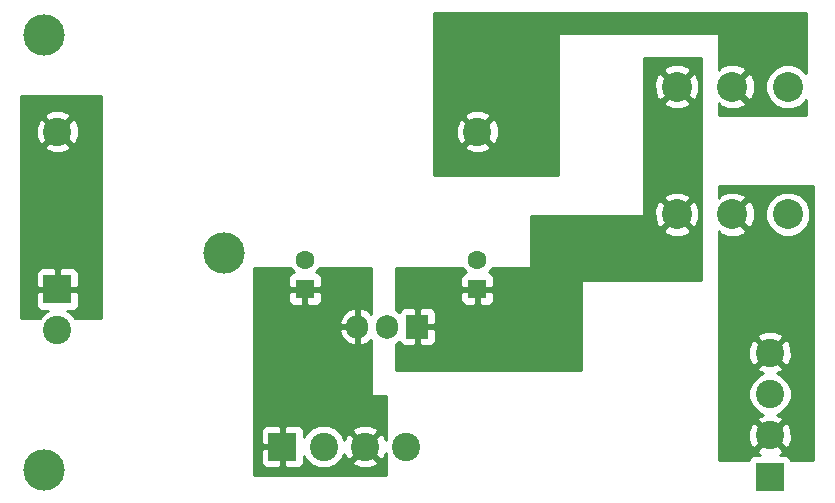
<source format=gbr>
G04 #@! TF.GenerationSoftware,KiCad,Pcbnew,(5.0.0)*
G04 #@! TF.CreationDate,2018-10-30T21:10:31-06:00*
G04 #@! TF.ProjectId,Mini-Rover-Power Distribution,4D696E692D526F7665722D506F776572,rev?*
G04 #@! TF.SameCoordinates,Original*
G04 #@! TF.FileFunction,Copper,L1,Top,Signal*
G04 #@! TF.FilePolarity,Positive*
%FSLAX46Y46*%
G04 Gerber Fmt 4.6, Leading zero omitted, Abs format (unit mm)*
G04 Created by KiCad (PCBNEW (5.0.0)) date 10/30/18 21:10:31*
%MOMM*%
%LPD*%
G01*
G04 APERTURE LIST*
G04 #@! TA.AperFunction,ComponentPad*
%ADD10C,2.400000*%
G04 #@! TD*
G04 #@! TA.AperFunction,ComponentPad*
%ADD11R,2.400000X2.400000*%
G04 #@! TD*
G04 #@! TA.AperFunction,ComponentPad*
%ADD12C,1.600000*%
G04 #@! TD*
G04 #@! TA.AperFunction,ComponentPad*
%ADD13R,1.600000X1.600000*%
G04 #@! TD*
G04 #@! TA.AperFunction,ComponentPad*
%ADD14C,2.540000*%
G04 #@! TD*
G04 #@! TA.AperFunction,ComponentPad*
%ADD15O,1.905000X2.000000*%
G04 #@! TD*
G04 #@! TA.AperFunction,ComponentPad*
%ADD16R,1.905000X2.000000*%
G04 #@! TD*
G04 #@! TA.AperFunction,ViaPad*
%ADD17C,3.500000*%
G04 #@! TD*
G04 #@! TA.AperFunction,Conductor*
%ADD18C,0.254000*%
G04 #@! TD*
G04 APERTURE END LIST*
D10*
G04 #@! TO.P,BT1,2*
G04 #@! TO.N,GND*
X53594000Y-59761000D03*
D11*
G04 #@! TO.P,BT1,1*
G04 #@! TO.N,/12v*
X53594000Y-56261000D03*
G04 #@! TD*
D12*
G04 #@! TO.P,C2,2*
G04 #@! TO.N,GND*
X74549000Y-53761000D03*
D13*
G04 #@! TO.P,C2,1*
G04 #@! TO.N,/5v*
X74549000Y-56261000D03*
G04 #@! TD*
D10*
G04 #@! TO.P,F1,2*
G04 #@! TO.N,Net-(F1-Pad2)*
X89154000Y-42926000D03*
G04 #@! TO.P,F1,1*
G04 #@! TO.N,/12v*
X53594000Y-42926000D03*
G04 #@! TD*
D11*
G04 #@! TO.P,J1,1*
G04 #@! TO.N,GND*
X113919000Y-72136000D03*
D10*
G04 #@! TO.P,J1,2*
G04 #@! TO.N,Net-(J1-Pad2)*
X113919000Y-68636000D03*
G04 #@! TO.P,J1,3*
G04 #@! TO.N,GND*
X113919000Y-65136000D03*
G04 #@! TO.P,J1,4*
G04 #@! TO.N,Net-(J1-Pad2)*
X113919000Y-61636000D03*
G04 #@! TD*
G04 #@! TO.P,J2,4*
G04 #@! TO.N,GND*
X83144000Y-69596000D03*
G04 #@! TO.P,J2,3*
G04 #@! TO.N,/5v*
X79644000Y-69596000D03*
G04 #@! TO.P,J2,2*
G04 #@! TO.N,GND*
X76144000Y-69596000D03*
D11*
G04 #@! TO.P,J2,1*
G04 #@! TO.N,/5v*
X72644000Y-69596000D03*
G04 #@! TD*
D14*
G04 #@! TO.P,SW1,1*
G04 #@! TO.N,Net-(C1-Pad1)*
X106045000Y-39116000D03*
G04 #@! TO.P,SW1,2*
G04 #@! TO.N,Net-(F1-Pad2)*
X110744000Y-39116000D03*
G04 #@! TO.P,SW1,3*
G04 #@! TO.N,N/C*
X115443000Y-39116000D03*
G04 #@! TD*
G04 #@! TO.P,SW2,3*
G04 #@! TO.N,Net-(C1-Pad1)*
X106045000Y-49911000D03*
G04 #@! TO.P,SW2,2*
G04 #@! TO.N,Net-(J1-Pad2)*
X110744000Y-49911000D03*
G04 #@! TO.P,SW2,1*
G04 #@! TO.N,N/C*
X115443000Y-49911000D03*
G04 #@! TD*
D15*
G04 #@! TO.P,U1,3*
G04 #@! TO.N,/5v*
X78994000Y-59436000D03*
G04 #@! TO.P,U1,2*
G04 #@! TO.N,GND*
X81534000Y-59436000D03*
D16*
G04 #@! TO.P,U1,1*
G04 #@! TO.N,Net-(C1-Pad1)*
X84074000Y-59436000D03*
G04 #@! TD*
D13*
G04 #@! TO.P,C1,1*
G04 #@! TO.N,Net-(C1-Pad1)*
X89154000Y-56261000D03*
D12*
G04 #@! TO.P,C1,2*
G04 #@! TO.N,GND*
X89154000Y-53761000D03*
G04 #@! TD*
D17*
G04 #@! TO.N,*
X52425600Y-71602600D03*
X52425600Y-34772600D03*
X67665600Y-53187600D03*
G04 #@! TD*
D18*
G04 #@! TO.N,Net-(F1-Pad2)*
G36*
X116967000Y-37945923D02*
X116522096Y-37501019D01*
X115821928Y-37211000D01*
X115064072Y-37211000D01*
X114363904Y-37501019D01*
X113828019Y-38036904D01*
X113538000Y-38737072D01*
X113538000Y-39494928D01*
X113828019Y-40195096D01*
X114363904Y-40730981D01*
X115064072Y-41021000D01*
X115821928Y-41021000D01*
X116522096Y-40730981D01*
X116967000Y-40286077D01*
X116967000Y-41529000D01*
X109601000Y-41529000D01*
X109601000Y-40520141D01*
X109707520Y-40758657D01*
X110415036Y-41030261D01*
X111172632Y-41010436D01*
X111780480Y-40758657D01*
X111912172Y-40463777D01*
X110744000Y-39295605D01*
X110729858Y-39309748D01*
X110550253Y-39130143D01*
X110564395Y-39116000D01*
X110923605Y-39116000D01*
X112091777Y-40284172D01*
X112386657Y-40152480D01*
X112658261Y-39444964D01*
X112638436Y-38687368D01*
X112386657Y-38079520D01*
X112091777Y-37947828D01*
X110923605Y-39116000D01*
X110564395Y-39116000D01*
X110550253Y-39101858D01*
X110729858Y-38922253D01*
X110744000Y-38936395D01*
X111912172Y-37768223D01*
X111780480Y-37473343D01*
X111072964Y-37201739D01*
X110315368Y-37221564D01*
X109707520Y-37473343D01*
X109601000Y-37711859D01*
X109601000Y-34671000D01*
X109591333Y-34622399D01*
X109563803Y-34581197D01*
X109522601Y-34553667D01*
X109474000Y-34544000D01*
X96139000Y-34544000D01*
X96090399Y-34553667D01*
X96049197Y-34581197D01*
X96021667Y-34622399D01*
X96012000Y-34671000D01*
X96012000Y-46609000D01*
X85471000Y-46609000D01*
X85471000Y-44223175D01*
X88036430Y-44223175D01*
X88159565Y-44510788D01*
X88841734Y-44770707D01*
X89571443Y-44749786D01*
X90148435Y-44510788D01*
X90271570Y-44223175D01*
X89154000Y-43105605D01*
X88036430Y-44223175D01*
X85471000Y-44223175D01*
X85471000Y-42613734D01*
X87309293Y-42613734D01*
X87330214Y-43343443D01*
X87569212Y-43920435D01*
X87856825Y-44043570D01*
X88974395Y-42926000D01*
X89333605Y-42926000D01*
X90451175Y-44043570D01*
X90738788Y-43920435D01*
X90998707Y-43238266D01*
X90977786Y-42508557D01*
X90738788Y-41931565D01*
X90451175Y-41808430D01*
X89333605Y-42926000D01*
X88974395Y-42926000D01*
X87856825Y-41808430D01*
X87569212Y-41931565D01*
X87309293Y-42613734D01*
X85471000Y-42613734D01*
X85471000Y-41628825D01*
X88036430Y-41628825D01*
X89154000Y-42746395D01*
X90271570Y-41628825D01*
X90148435Y-41341212D01*
X89466266Y-41081293D01*
X88736557Y-41102214D01*
X88159565Y-41341212D01*
X88036430Y-41628825D01*
X85471000Y-41628825D01*
X85471000Y-32893000D01*
X116967000Y-32893000D01*
X116967000Y-37945923D01*
X116967000Y-37945923D01*
G37*
X116967000Y-37945923D02*
X116522096Y-37501019D01*
X115821928Y-37211000D01*
X115064072Y-37211000D01*
X114363904Y-37501019D01*
X113828019Y-38036904D01*
X113538000Y-38737072D01*
X113538000Y-39494928D01*
X113828019Y-40195096D01*
X114363904Y-40730981D01*
X115064072Y-41021000D01*
X115821928Y-41021000D01*
X116522096Y-40730981D01*
X116967000Y-40286077D01*
X116967000Y-41529000D01*
X109601000Y-41529000D01*
X109601000Y-40520141D01*
X109707520Y-40758657D01*
X110415036Y-41030261D01*
X111172632Y-41010436D01*
X111780480Y-40758657D01*
X111912172Y-40463777D01*
X110744000Y-39295605D01*
X110729858Y-39309748D01*
X110550253Y-39130143D01*
X110564395Y-39116000D01*
X110923605Y-39116000D01*
X112091777Y-40284172D01*
X112386657Y-40152480D01*
X112658261Y-39444964D01*
X112638436Y-38687368D01*
X112386657Y-38079520D01*
X112091777Y-37947828D01*
X110923605Y-39116000D01*
X110564395Y-39116000D01*
X110550253Y-39101858D01*
X110729858Y-38922253D01*
X110744000Y-38936395D01*
X111912172Y-37768223D01*
X111780480Y-37473343D01*
X111072964Y-37201739D01*
X110315368Y-37221564D01*
X109707520Y-37473343D01*
X109601000Y-37711859D01*
X109601000Y-34671000D01*
X109591333Y-34622399D01*
X109563803Y-34581197D01*
X109522601Y-34553667D01*
X109474000Y-34544000D01*
X96139000Y-34544000D01*
X96090399Y-34553667D01*
X96049197Y-34581197D01*
X96021667Y-34622399D01*
X96012000Y-34671000D01*
X96012000Y-46609000D01*
X85471000Y-46609000D01*
X85471000Y-44223175D01*
X88036430Y-44223175D01*
X88159565Y-44510788D01*
X88841734Y-44770707D01*
X89571443Y-44749786D01*
X90148435Y-44510788D01*
X90271570Y-44223175D01*
X89154000Y-43105605D01*
X88036430Y-44223175D01*
X85471000Y-44223175D01*
X85471000Y-42613734D01*
X87309293Y-42613734D01*
X87330214Y-43343443D01*
X87569212Y-43920435D01*
X87856825Y-44043570D01*
X88974395Y-42926000D01*
X89333605Y-42926000D01*
X90451175Y-44043570D01*
X90738788Y-43920435D01*
X90998707Y-43238266D01*
X90977786Y-42508557D01*
X90738788Y-41931565D01*
X90451175Y-41808430D01*
X89333605Y-42926000D01*
X88974395Y-42926000D01*
X87856825Y-41808430D01*
X87569212Y-41931565D01*
X87309293Y-42613734D01*
X85471000Y-42613734D01*
X85471000Y-41628825D01*
X88036430Y-41628825D01*
X89154000Y-42746395D01*
X90271570Y-41628825D01*
X90148435Y-41341212D01*
X89466266Y-41081293D01*
X88736557Y-41102214D01*
X88159565Y-41341212D01*
X88036430Y-41628825D01*
X85471000Y-41628825D01*
X85471000Y-32893000D01*
X116967000Y-32893000D01*
X116967000Y-37945923D01*
G04 #@! TO.N,Net-(C1-Pad1)*
G36*
X108077000Y-55499000D02*
X98044000Y-55499000D01*
X97995399Y-55508667D01*
X97954197Y-55536197D01*
X97926667Y-55577399D01*
X97917000Y-55626000D01*
X97917000Y-63119000D01*
X82296000Y-63119000D01*
X82296000Y-60883616D01*
X82549444Y-60714270D01*
X82583173Y-60795699D01*
X82761802Y-60974327D01*
X82995191Y-61071000D01*
X83788250Y-61071000D01*
X83947000Y-60912250D01*
X83947000Y-59563000D01*
X84201000Y-59563000D01*
X84201000Y-60912250D01*
X84359750Y-61071000D01*
X85152809Y-61071000D01*
X85386198Y-60974327D01*
X85564827Y-60795699D01*
X85661500Y-60562310D01*
X85661500Y-59721750D01*
X85502750Y-59563000D01*
X84201000Y-59563000D01*
X83947000Y-59563000D01*
X83927000Y-59563000D01*
X83927000Y-59309000D01*
X83947000Y-59309000D01*
X83947000Y-57959750D01*
X84201000Y-57959750D01*
X84201000Y-59309000D01*
X85502750Y-59309000D01*
X85661500Y-59150250D01*
X85661500Y-58309690D01*
X85564827Y-58076301D01*
X85386198Y-57897673D01*
X85152809Y-57801000D01*
X84359750Y-57801000D01*
X84201000Y-57959750D01*
X83947000Y-57959750D01*
X83788250Y-57801000D01*
X82995191Y-57801000D01*
X82761802Y-57897673D01*
X82583173Y-58076301D01*
X82549444Y-58157729D01*
X82296000Y-57988384D01*
X82296000Y-56546750D01*
X87719000Y-56546750D01*
X87719000Y-57187309D01*
X87815673Y-57420698D01*
X87994301Y-57599327D01*
X88227690Y-57696000D01*
X88868250Y-57696000D01*
X89027000Y-57537250D01*
X89027000Y-56388000D01*
X89281000Y-56388000D01*
X89281000Y-57537250D01*
X89439750Y-57696000D01*
X90080310Y-57696000D01*
X90313699Y-57599327D01*
X90492327Y-57420698D01*
X90589000Y-57187309D01*
X90589000Y-56546750D01*
X90430250Y-56388000D01*
X89281000Y-56388000D01*
X89027000Y-56388000D01*
X87877750Y-56388000D01*
X87719000Y-56546750D01*
X82296000Y-56546750D01*
X82296000Y-54483000D01*
X87899830Y-54483000D01*
X87937466Y-54573862D01*
X88200759Y-54837155D01*
X87994301Y-54922673D01*
X87815673Y-55101302D01*
X87719000Y-55334691D01*
X87719000Y-55975250D01*
X87877750Y-56134000D01*
X89027000Y-56134000D01*
X89027000Y-56114000D01*
X89281000Y-56114000D01*
X89281000Y-56134000D01*
X90430250Y-56134000D01*
X90589000Y-55975250D01*
X90589000Y-55334691D01*
X90492327Y-55101302D01*
X90313699Y-54922673D01*
X90107241Y-54837155D01*
X90370534Y-54573862D01*
X90408170Y-54483000D01*
X93599000Y-54483000D01*
X93647601Y-54473333D01*
X93688803Y-54445803D01*
X93716333Y-54404601D01*
X93726000Y-54356000D01*
X93726000Y-51258777D01*
X104876828Y-51258777D01*
X105008520Y-51553657D01*
X105716036Y-51825261D01*
X106473632Y-51805436D01*
X107081480Y-51553657D01*
X107213172Y-51258777D01*
X106045000Y-50090605D01*
X104876828Y-51258777D01*
X93726000Y-51258777D01*
X93726000Y-50038000D01*
X103124000Y-50038000D01*
X103172601Y-50028333D01*
X103213803Y-50000803D01*
X103241333Y-49959601D01*
X103251000Y-49911000D01*
X103251000Y-49582036D01*
X104130739Y-49582036D01*
X104150564Y-50339632D01*
X104402343Y-50947480D01*
X104697223Y-51079172D01*
X105865395Y-49911000D01*
X106224605Y-49911000D01*
X107392777Y-51079172D01*
X107687657Y-50947480D01*
X107959261Y-50239964D01*
X107939436Y-49482368D01*
X107687657Y-48874520D01*
X107392777Y-48742828D01*
X106224605Y-49911000D01*
X105865395Y-49911000D01*
X104697223Y-48742828D01*
X104402343Y-48874520D01*
X104130739Y-49582036D01*
X103251000Y-49582036D01*
X103251000Y-48563223D01*
X104876828Y-48563223D01*
X106045000Y-49731395D01*
X107213172Y-48563223D01*
X107081480Y-48268343D01*
X106373964Y-47996739D01*
X105616368Y-48016564D01*
X105008520Y-48268343D01*
X104876828Y-48563223D01*
X103251000Y-48563223D01*
X103251000Y-40463777D01*
X104876828Y-40463777D01*
X105008520Y-40758657D01*
X105716036Y-41030261D01*
X106473632Y-41010436D01*
X107081480Y-40758657D01*
X107213172Y-40463777D01*
X106045000Y-39295605D01*
X104876828Y-40463777D01*
X103251000Y-40463777D01*
X103251000Y-38787036D01*
X104130739Y-38787036D01*
X104150564Y-39544632D01*
X104402343Y-40152480D01*
X104697223Y-40284172D01*
X105865395Y-39116000D01*
X106224605Y-39116000D01*
X107392777Y-40284172D01*
X107687657Y-40152480D01*
X107959261Y-39444964D01*
X107939436Y-38687368D01*
X107687657Y-38079520D01*
X107392777Y-37947828D01*
X106224605Y-39116000D01*
X105865395Y-39116000D01*
X104697223Y-37947828D01*
X104402343Y-38079520D01*
X104130739Y-38787036D01*
X103251000Y-38787036D01*
X103251000Y-37768223D01*
X104876828Y-37768223D01*
X106045000Y-38936395D01*
X107213172Y-37768223D01*
X107081480Y-37473343D01*
X106373964Y-37201739D01*
X105616368Y-37221564D01*
X105008520Y-37473343D01*
X104876828Y-37768223D01*
X103251000Y-37768223D01*
X103251000Y-36703000D01*
X108077000Y-36703000D01*
X108077000Y-55499000D01*
X108077000Y-55499000D01*
G37*
X108077000Y-55499000D02*
X98044000Y-55499000D01*
X97995399Y-55508667D01*
X97954197Y-55536197D01*
X97926667Y-55577399D01*
X97917000Y-55626000D01*
X97917000Y-63119000D01*
X82296000Y-63119000D01*
X82296000Y-60883616D01*
X82549444Y-60714270D01*
X82583173Y-60795699D01*
X82761802Y-60974327D01*
X82995191Y-61071000D01*
X83788250Y-61071000D01*
X83947000Y-60912250D01*
X83947000Y-59563000D01*
X84201000Y-59563000D01*
X84201000Y-60912250D01*
X84359750Y-61071000D01*
X85152809Y-61071000D01*
X85386198Y-60974327D01*
X85564827Y-60795699D01*
X85661500Y-60562310D01*
X85661500Y-59721750D01*
X85502750Y-59563000D01*
X84201000Y-59563000D01*
X83947000Y-59563000D01*
X83927000Y-59563000D01*
X83927000Y-59309000D01*
X83947000Y-59309000D01*
X83947000Y-57959750D01*
X84201000Y-57959750D01*
X84201000Y-59309000D01*
X85502750Y-59309000D01*
X85661500Y-59150250D01*
X85661500Y-58309690D01*
X85564827Y-58076301D01*
X85386198Y-57897673D01*
X85152809Y-57801000D01*
X84359750Y-57801000D01*
X84201000Y-57959750D01*
X83947000Y-57959750D01*
X83788250Y-57801000D01*
X82995191Y-57801000D01*
X82761802Y-57897673D01*
X82583173Y-58076301D01*
X82549444Y-58157729D01*
X82296000Y-57988384D01*
X82296000Y-56546750D01*
X87719000Y-56546750D01*
X87719000Y-57187309D01*
X87815673Y-57420698D01*
X87994301Y-57599327D01*
X88227690Y-57696000D01*
X88868250Y-57696000D01*
X89027000Y-57537250D01*
X89027000Y-56388000D01*
X89281000Y-56388000D01*
X89281000Y-57537250D01*
X89439750Y-57696000D01*
X90080310Y-57696000D01*
X90313699Y-57599327D01*
X90492327Y-57420698D01*
X90589000Y-57187309D01*
X90589000Y-56546750D01*
X90430250Y-56388000D01*
X89281000Y-56388000D01*
X89027000Y-56388000D01*
X87877750Y-56388000D01*
X87719000Y-56546750D01*
X82296000Y-56546750D01*
X82296000Y-54483000D01*
X87899830Y-54483000D01*
X87937466Y-54573862D01*
X88200759Y-54837155D01*
X87994301Y-54922673D01*
X87815673Y-55101302D01*
X87719000Y-55334691D01*
X87719000Y-55975250D01*
X87877750Y-56134000D01*
X89027000Y-56134000D01*
X89027000Y-56114000D01*
X89281000Y-56114000D01*
X89281000Y-56134000D01*
X90430250Y-56134000D01*
X90589000Y-55975250D01*
X90589000Y-55334691D01*
X90492327Y-55101302D01*
X90313699Y-54922673D01*
X90107241Y-54837155D01*
X90370534Y-54573862D01*
X90408170Y-54483000D01*
X93599000Y-54483000D01*
X93647601Y-54473333D01*
X93688803Y-54445803D01*
X93716333Y-54404601D01*
X93726000Y-54356000D01*
X93726000Y-51258777D01*
X104876828Y-51258777D01*
X105008520Y-51553657D01*
X105716036Y-51825261D01*
X106473632Y-51805436D01*
X107081480Y-51553657D01*
X107213172Y-51258777D01*
X106045000Y-50090605D01*
X104876828Y-51258777D01*
X93726000Y-51258777D01*
X93726000Y-50038000D01*
X103124000Y-50038000D01*
X103172601Y-50028333D01*
X103213803Y-50000803D01*
X103241333Y-49959601D01*
X103251000Y-49911000D01*
X103251000Y-49582036D01*
X104130739Y-49582036D01*
X104150564Y-50339632D01*
X104402343Y-50947480D01*
X104697223Y-51079172D01*
X105865395Y-49911000D01*
X106224605Y-49911000D01*
X107392777Y-51079172D01*
X107687657Y-50947480D01*
X107959261Y-50239964D01*
X107939436Y-49482368D01*
X107687657Y-48874520D01*
X107392777Y-48742828D01*
X106224605Y-49911000D01*
X105865395Y-49911000D01*
X104697223Y-48742828D01*
X104402343Y-48874520D01*
X104130739Y-49582036D01*
X103251000Y-49582036D01*
X103251000Y-48563223D01*
X104876828Y-48563223D01*
X106045000Y-49731395D01*
X107213172Y-48563223D01*
X107081480Y-48268343D01*
X106373964Y-47996739D01*
X105616368Y-48016564D01*
X105008520Y-48268343D01*
X104876828Y-48563223D01*
X103251000Y-48563223D01*
X103251000Y-40463777D01*
X104876828Y-40463777D01*
X105008520Y-40758657D01*
X105716036Y-41030261D01*
X106473632Y-41010436D01*
X107081480Y-40758657D01*
X107213172Y-40463777D01*
X106045000Y-39295605D01*
X104876828Y-40463777D01*
X103251000Y-40463777D01*
X103251000Y-38787036D01*
X104130739Y-38787036D01*
X104150564Y-39544632D01*
X104402343Y-40152480D01*
X104697223Y-40284172D01*
X105865395Y-39116000D01*
X106224605Y-39116000D01*
X107392777Y-40284172D01*
X107687657Y-40152480D01*
X107959261Y-39444964D01*
X107939436Y-38687368D01*
X107687657Y-38079520D01*
X107392777Y-37947828D01*
X106224605Y-39116000D01*
X105865395Y-39116000D01*
X104697223Y-37947828D01*
X104402343Y-38079520D01*
X104130739Y-38787036D01*
X103251000Y-38787036D01*
X103251000Y-37768223D01*
X104876828Y-37768223D01*
X106045000Y-38936395D01*
X107213172Y-37768223D01*
X107081480Y-37473343D01*
X106373964Y-37201739D01*
X105616368Y-37221564D01*
X105008520Y-37473343D01*
X104876828Y-37768223D01*
X103251000Y-37768223D01*
X103251000Y-36703000D01*
X108077000Y-36703000D01*
X108077000Y-55499000D01*
G04 #@! TO.N,Net-(J1-Pad2)*
G36*
X117602000Y-70739000D02*
X115727255Y-70739000D01*
X115717157Y-70688235D01*
X115576809Y-70478191D01*
X115366765Y-70337843D01*
X115119000Y-70288560D01*
X114749819Y-70288560D01*
X114913435Y-70220788D01*
X115036570Y-69933175D01*
X113919000Y-68815605D01*
X112801430Y-69933175D01*
X112924565Y-70220788D01*
X113102436Y-70288560D01*
X112719000Y-70288560D01*
X112471235Y-70337843D01*
X112261191Y-70478191D01*
X112120843Y-70688235D01*
X112110745Y-70739000D01*
X109601000Y-70739000D01*
X109601000Y-68323734D01*
X112074293Y-68323734D01*
X112095214Y-69053443D01*
X112334212Y-69630435D01*
X112621825Y-69753570D01*
X113739395Y-68636000D01*
X114098605Y-68636000D01*
X115216175Y-69753570D01*
X115503788Y-69630435D01*
X115763707Y-68948266D01*
X115742786Y-68218557D01*
X115503788Y-67641565D01*
X115216175Y-67518430D01*
X114098605Y-68636000D01*
X113739395Y-68636000D01*
X112621825Y-67518430D01*
X112334212Y-67641565D01*
X112074293Y-68323734D01*
X109601000Y-68323734D01*
X109601000Y-64770996D01*
X112084000Y-64770996D01*
X112084000Y-65501004D01*
X112363362Y-66175444D01*
X112879556Y-66691638D01*
X113336105Y-66880747D01*
X112924565Y-67051212D01*
X112801430Y-67338825D01*
X113919000Y-68456395D01*
X115036570Y-67338825D01*
X114913435Y-67051212D01*
X114484716Y-66887862D01*
X114958444Y-66691638D01*
X115474638Y-66175444D01*
X115754000Y-65501004D01*
X115754000Y-64770996D01*
X115474638Y-64096556D01*
X114958444Y-63580362D01*
X114501895Y-63391253D01*
X114913435Y-63220788D01*
X115036570Y-62933175D01*
X113919000Y-61815605D01*
X112801430Y-62933175D01*
X112924565Y-63220788D01*
X113353284Y-63384138D01*
X112879556Y-63580362D01*
X112363362Y-64096556D01*
X112084000Y-64770996D01*
X109601000Y-64770996D01*
X109601000Y-61323734D01*
X112074293Y-61323734D01*
X112095214Y-62053443D01*
X112334212Y-62630435D01*
X112621825Y-62753570D01*
X113739395Y-61636000D01*
X114098605Y-61636000D01*
X115216175Y-62753570D01*
X115503788Y-62630435D01*
X115763707Y-61948266D01*
X115742786Y-61218557D01*
X115503788Y-60641565D01*
X115216175Y-60518430D01*
X114098605Y-61636000D01*
X113739395Y-61636000D01*
X112621825Y-60518430D01*
X112334212Y-60641565D01*
X112074293Y-61323734D01*
X109601000Y-61323734D01*
X109601000Y-60338825D01*
X112801430Y-60338825D01*
X113919000Y-61456395D01*
X115036570Y-60338825D01*
X114913435Y-60051212D01*
X114231266Y-59791293D01*
X113501557Y-59812214D01*
X112924565Y-60051212D01*
X112801430Y-60338825D01*
X109601000Y-60338825D01*
X109601000Y-51315141D01*
X109707520Y-51553657D01*
X110415036Y-51825261D01*
X111172632Y-51805436D01*
X111780480Y-51553657D01*
X111912172Y-51258777D01*
X110744000Y-50090605D01*
X110729858Y-50104748D01*
X110550253Y-49925143D01*
X110564395Y-49911000D01*
X110923605Y-49911000D01*
X112091777Y-51079172D01*
X112386657Y-50947480D01*
X112658261Y-50239964D01*
X112639737Y-49532072D01*
X113538000Y-49532072D01*
X113538000Y-50289928D01*
X113828019Y-50990096D01*
X114363904Y-51525981D01*
X115064072Y-51816000D01*
X115821928Y-51816000D01*
X116522096Y-51525981D01*
X117057981Y-50990096D01*
X117348000Y-50289928D01*
X117348000Y-49532072D01*
X117057981Y-48831904D01*
X116522096Y-48296019D01*
X115821928Y-48006000D01*
X115064072Y-48006000D01*
X114363904Y-48296019D01*
X113828019Y-48831904D01*
X113538000Y-49532072D01*
X112639737Y-49532072D01*
X112638436Y-49482368D01*
X112386657Y-48874520D01*
X112091777Y-48742828D01*
X110923605Y-49911000D01*
X110564395Y-49911000D01*
X110550253Y-49896858D01*
X110729858Y-49717253D01*
X110744000Y-49731395D01*
X111912172Y-48563223D01*
X111780480Y-48268343D01*
X111072964Y-47996739D01*
X110315368Y-48016564D01*
X109707520Y-48268343D01*
X109601000Y-48506859D01*
X109601000Y-47498000D01*
X117602000Y-47498000D01*
X117602000Y-70739000D01*
X117602000Y-70739000D01*
G37*
X117602000Y-70739000D02*
X115727255Y-70739000D01*
X115717157Y-70688235D01*
X115576809Y-70478191D01*
X115366765Y-70337843D01*
X115119000Y-70288560D01*
X114749819Y-70288560D01*
X114913435Y-70220788D01*
X115036570Y-69933175D01*
X113919000Y-68815605D01*
X112801430Y-69933175D01*
X112924565Y-70220788D01*
X113102436Y-70288560D01*
X112719000Y-70288560D01*
X112471235Y-70337843D01*
X112261191Y-70478191D01*
X112120843Y-70688235D01*
X112110745Y-70739000D01*
X109601000Y-70739000D01*
X109601000Y-68323734D01*
X112074293Y-68323734D01*
X112095214Y-69053443D01*
X112334212Y-69630435D01*
X112621825Y-69753570D01*
X113739395Y-68636000D01*
X114098605Y-68636000D01*
X115216175Y-69753570D01*
X115503788Y-69630435D01*
X115763707Y-68948266D01*
X115742786Y-68218557D01*
X115503788Y-67641565D01*
X115216175Y-67518430D01*
X114098605Y-68636000D01*
X113739395Y-68636000D01*
X112621825Y-67518430D01*
X112334212Y-67641565D01*
X112074293Y-68323734D01*
X109601000Y-68323734D01*
X109601000Y-64770996D01*
X112084000Y-64770996D01*
X112084000Y-65501004D01*
X112363362Y-66175444D01*
X112879556Y-66691638D01*
X113336105Y-66880747D01*
X112924565Y-67051212D01*
X112801430Y-67338825D01*
X113919000Y-68456395D01*
X115036570Y-67338825D01*
X114913435Y-67051212D01*
X114484716Y-66887862D01*
X114958444Y-66691638D01*
X115474638Y-66175444D01*
X115754000Y-65501004D01*
X115754000Y-64770996D01*
X115474638Y-64096556D01*
X114958444Y-63580362D01*
X114501895Y-63391253D01*
X114913435Y-63220788D01*
X115036570Y-62933175D01*
X113919000Y-61815605D01*
X112801430Y-62933175D01*
X112924565Y-63220788D01*
X113353284Y-63384138D01*
X112879556Y-63580362D01*
X112363362Y-64096556D01*
X112084000Y-64770996D01*
X109601000Y-64770996D01*
X109601000Y-61323734D01*
X112074293Y-61323734D01*
X112095214Y-62053443D01*
X112334212Y-62630435D01*
X112621825Y-62753570D01*
X113739395Y-61636000D01*
X114098605Y-61636000D01*
X115216175Y-62753570D01*
X115503788Y-62630435D01*
X115763707Y-61948266D01*
X115742786Y-61218557D01*
X115503788Y-60641565D01*
X115216175Y-60518430D01*
X114098605Y-61636000D01*
X113739395Y-61636000D01*
X112621825Y-60518430D01*
X112334212Y-60641565D01*
X112074293Y-61323734D01*
X109601000Y-61323734D01*
X109601000Y-60338825D01*
X112801430Y-60338825D01*
X113919000Y-61456395D01*
X115036570Y-60338825D01*
X114913435Y-60051212D01*
X114231266Y-59791293D01*
X113501557Y-59812214D01*
X112924565Y-60051212D01*
X112801430Y-60338825D01*
X109601000Y-60338825D01*
X109601000Y-51315141D01*
X109707520Y-51553657D01*
X110415036Y-51825261D01*
X111172632Y-51805436D01*
X111780480Y-51553657D01*
X111912172Y-51258777D01*
X110744000Y-50090605D01*
X110729858Y-50104748D01*
X110550253Y-49925143D01*
X110564395Y-49911000D01*
X110923605Y-49911000D01*
X112091777Y-51079172D01*
X112386657Y-50947480D01*
X112658261Y-50239964D01*
X112639737Y-49532072D01*
X113538000Y-49532072D01*
X113538000Y-50289928D01*
X113828019Y-50990096D01*
X114363904Y-51525981D01*
X115064072Y-51816000D01*
X115821928Y-51816000D01*
X116522096Y-51525981D01*
X117057981Y-50990096D01*
X117348000Y-50289928D01*
X117348000Y-49532072D01*
X117057981Y-48831904D01*
X116522096Y-48296019D01*
X115821928Y-48006000D01*
X115064072Y-48006000D01*
X114363904Y-48296019D01*
X113828019Y-48831904D01*
X113538000Y-49532072D01*
X112639737Y-49532072D01*
X112638436Y-49482368D01*
X112386657Y-48874520D01*
X112091777Y-48742828D01*
X110923605Y-49911000D01*
X110564395Y-49911000D01*
X110550253Y-49896858D01*
X110729858Y-49717253D01*
X110744000Y-49731395D01*
X111912172Y-48563223D01*
X111780480Y-48268343D01*
X111072964Y-47996739D01*
X110315368Y-48016564D01*
X109707520Y-48268343D01*
X109601000Y-48506859D01*
X109601000Y-47498000D01*
X117602000Y-47498000D01*
X117602000Y-70739000D01*
G04 #@! TO.N,/5v*
G36*
X73332466Y-54573862D02*
X73595759Y-54837155D01*
X73389301Y-54922673D01*
X73210673Y-55101302D01*
X73114000Y-55334691D01*
X73114000Y-55975250D01*
X73272750Y-56134000D01*
X74422000Y-56134000D01*
X74422000Y-56114000D01*
X74676000Y-56114000D01*
X74676000Y-56134000D01*
X75825250Y-56134000D01*
X75984000Y-55975250D01*
X75984000Y-55334691D01*
X75887327Y-55101302D01*
X75708699Y-54922673D01*
X75502241Y-54837155D01*
X75765534Y-54573862D01*
X75803170Y-54483000D01*
X80137000Y-54483000D01*
X80137000Y-58330167D01*
X79860924Y-58060027D01*
X79366980Y-57845437D01*
X79121000Y-57965406D01*
X79121000Y-59309000D01*
X79141000Y-59309000D01*
X79141000Y-59563000D01*
X79121000Y-59563000D01*
X79121000Y-60906594D01*
X79366980Y-61026563D01*
X79860924Y-60811973D01*
X80137000Y-60541833D01*
X80137000Y-65151000D01*
X80146667Y-65199601D01*
X80174197Y-65240803D01*
X80215399Y-65268333D01*
X80264000Y-65278000D01*
X81407000Y-65278000D01*
X81407000Y-68994402D01*
X81399253Y-69013105D01*
X81228788Y-68601565D01*
X80941175Y-68478430D01*
X79823605Y-69596000D01*
X80941175Y-70713570D01*
X81228788Y-70590435D01*
X81392138Y-70161716D01*
X81407000Y-70197596D01*
X81407000Y-72009000D01*
X70231000Y-72009000D01*
X70231000Y-69881750D01*
X70809000Y-69881750D01*
X70809000Y-70922310D01*
X70905673Y-71155699D01*
X71084302Y-71334327D01*
X71317691Y-71431000D01*
X72358250Y-71431000D01*
X72517000Y-71272250D01*
X72517000Y-69723000D01*
X70967750Y-69723000D01*
X70809000Y-69881750D01*
X70231000Y-69881750D01*
X70231000Y-68269690D01*
X70809000Y-68269690D01*
X70809000Y-69310250D01*
X70967750Y-69469000D01*
X72517000Y-69469000D01*
X72517000Y-67919750D01*
X72771000Y-67919750D01*
X72771000Y-69469000D01*
X72791000Y-69469000D01*
X72791000Y-69723000D01*
X72771000Y-69723000D01*
X72771000Y-71272250D01*
X72929750Y-71431000D01*
X73970309Y-71431000D01*
X74203698Y-71334327D01*
X74382327Y-71155699D01*
X74479000Y-70922310D01*
X74479000Y-70371421D01*
X74588362Y-70635444D01*
X75104556Y-71151638D01*
X75778996Y-71431000D01*
X76509004Y-71431000D01*
X77183444Y-71151638D01*
X77441907Y-70893175D01*
X78526430Y-70893175D01*
X78649565Y-71180788D01*
X79331734Y-71440707D01*
X80061443Y-71419786D01*
X80638435Y-71180788D01*
X80761570Y-70893175D01*
X79644000Y-69775605D01*
X78526430Y-70893175D01*
X77441907Y-70893175D01*
X77699638Y-70635444D01*
X77888747Y-70178895D01*
X78059212Y-70590435D01*
X78346825Y-70713570D01*
X79464395Y-69596000D01*
X78346825Y-68478430D01*
X78059212Y-68601565D01*
X77895862Y-69030284D01*
X77699638Y-68556556D01*
X77441907Y-68298825D01*
X78526430Y-68298825D01*
X79644000Y-69416395D01*
X80761570Y-68298825D01*
X80638435Y-68011212D01*
X79956266Y-67751293D01*
X79226557Y-67772214D01*
X78649565Y-68011212D01*
X78526430Y-68298825D01*
X77441907Y-68298825D01*
X77183444Y-68040362D01*
X76509004Y-67761000D01*
X75778996Y-67761000D01*
X75104556Y-68040362D01*
X74588362Y-68556556D01*
X74479000Y-68820579D01*
X74479000Y-68269690D01*
X74382327Y-68036301D01*
X74203698Y-67857673D01*
X73970309Y-67761000D01*
X72929750Y-67761000D01*
X72771000Y-67919750D01*
X72517000Y-67919750D01*
X72358250Y-67761000D01*
X71317691Y-67761000D01*
X71084302Y-67857673D01*
X70905673Y-68036301D01*
X70809000Y-68269690D01*
X70231000Y-68269690D01*
X70231000Y-59809864D01*
X77441620Y-59809864D01*
X77684682Y-60379091D01*
X78127076Y-60811973D01*
X78621020Y-61026563D01*
X78867000Y-60906594D01*
X78867000Y-59563000D01*
X77568428Y-59563000D01*
X77441620Y-59809864D01*
X70231000Y-59809864D01*
X70231000Y-59062136D01*
X77441620Y-59062136D01*
X77568428Y-59309000D01*
X78867000Y-59309000D01*
X78867000Y-57965406D01*
X78621020Y-57845437D01*
X78127076Y-58060027D01*
X77684682Y-58492909D01*
X77441620Y-59062136D01*
X70231000Y-59062136D01*
X70231000Y-56546750D01*
X73114000Y-56546750D01*
X73114000Y-57187309D01*
X73210673Y-57420698D01*
X73389301Y-57599327D01*
X73622690Y-57696000D01*
X74263250Y-57696000D01*
X74422000Y-57537250D01*
X74422000Y-56388000D01*
X74676000Y-56388000D01*
X74676000Y-57537250D01*
X74834750Y-57696000D01*
X75475310Y-57696000D01*
X75708699Y-57599327D01*
X75887327Y-57420698D01*
X75984000Y-57187309D01*
X75984000Y-56546750D01*
X75825250Y-56388000D01*
X74676000Y-56388000D01*
X74422000Y-56388000D01*
X73272750Y-56388000D01*
X73114000Y-56546750D01*
X70231000Y-56546750D01*
X70231000Y-54483000D01*
X73294830Y-54483000D01*
X73332466Y-54573862D01*
X73332466Y-54573862D01*
G37*
X73332466Y-54573862D02*
X73595759Y-54837155D01*
X73389301Y-54922673D01*
X73210673Y-55101302D01*
X73114000Y-55334691D01*
X73114000Y-55975250D01*
X73272750Y-56134000D01*
X74422000Y-56134000D01*
X74422000Y-56114000D01*
X74676000Y-56114000D01*
X74676000Y-56134000D01*
X75825250Y-56134000D01*
X75984000Y-55975250D01*
X75984000Y-55334691D01*
X75887327Y-55101302D01*
X75708699Y-54922673D01*
X75502241Y-54837155D01*
X75765534Y-54573862D01*
X75803170Y-54483000D01*
X80137000Y-54483000D01*
X80137000Y-58330167D01*
X79860924Y-58060027D01*
X79366980Y-57845437D01*
X79121000Y-57965406D01*
X79121000Y-59309000D01*
X79141000Y-59309000D01*
X79141000Y-59563000D01*
X79121000Y-59563000D01*
X79121000Y-60906594D01*
X79366980Y-61026563D01*
X79860924Y-60811973D01*
X80137000Y-60541833D01*
X80137000Y-65151000D01*
X80146667Y-65199601D01*
X80174197Y-65240803D01*
X80215399Y-65268333D01*
X80264000Y-65278000D01*
X81407000Y-65278000D01*
X81407000Y-68994402D01*
X81399253Y-69013105D01*
X81228788Y-68601565D01*
X80941175Y-68478430D01*
X79823605Y-69596000D01*
X80941175Y-70713570D01*
X81228788Y-70590435D01*
X81392138Y-70161716D01*
X81407000Y-70197596D01*
X81407000Y-72009000D01*
X70231000Y-72009000D01*
X70231000Y-69881750D01*
X70809000Y-69881750D01*
X70809000Y-70922310D01*
X70905673Y-71155699D01*
X71084302Y-71334327D01*
X71317691Y-71431000D01*
X72358250Y-71431000D01*
X72517000Y-71272250D01*
X72517000Y-69723000D01*
X70967750Y-69723000D01*
X70809000Y-69881750D01*
X70231000Y-69881750D01*
X70231000Y-68269690D01*
X70809000Y-68269690D01*
X70809000Y-69310250D01*
X70967750Y-69469000D01*
X72517000Y-69469000D01*
X72517000Y-67919750D01*
X72771000Y-67919750D01*
X72771000Y-69469000D01*
X72791000Y-69469000D01*
X72791000Y-69723000D01*
X72771000Y-69723000D01*
X72771000Y-71272250D01*
X72929750Y-71431000D01*
X73970309Y-71431000D01*
X74203698Y-71334327D01*
X74382327Y-71155699D01*
X74479000Y-70922310D01*
X74479000Y-70371421D01*
X74588362Y-70635444D01*
X75104556Y-71151638D01*
X75778996Y-71431000D01*
X76509004Y-71431000D01*
X77183444Y-71151638D01*
X77441907Y-70893175D01*
X78526430Y-70893175D01*
X78649565Y-71180788D01*
X79331734Y-71440707D01*
X80061443Y-71419786D01*
X80638435Y-71180788D01*
X80761570Y-70893175D01*
X79644000Y-69775605D01*
X78526430Y-70893175D01*
X77441907Y-70893175D01*
X77699638Y-70635444D01*
X77888747Y-70178895D01*
X78059212Y-70590435D01*
X78346825Y-70713570D01*
X79464395Y-69596000D01*
X78346825Y-68478430D01*
X78059212Y-68601565D01*
X77895862Y-69030284D01*
X77699638Y-68556556D01*
X77441907Y-68298825D01*
X78526430Y-68298825D01*
X79644000Y-69416395D01*
X80761570Y-68298825D01*
X80638435Y-68011212D01*
X79956266Y-67751293D01*
X79226557Y-67772214D01*
X78649565Y-68011212D01*
X78526430Y-68298825D01*
X77441907Y-68298825D01*
X77183444Y-68040362D01*
X76509004Y-67761000D01*
X75778996Y-67761000D01*
X75104556Y-68040362D01*
X74588362Y-68556556D01*
X74479000Y-68820579D01*
X74479000Y-68269690D01*
X74382327Y-68036301D01*
X74203698Y-67857673D01*
X73970309Y-67761000D01*
X72929750Y-67761000D01*
X72771000Y-67919750D01*
X72517000Y-67919750D01*
X72358250Y-67761000D01*
X71317691Y-67761000D01*
X71084302Y-67857673D01*
X70905673Y-68036301D01*
X70809000Y-68269690D01*
X70231000Y-68269690D01*
X70231000Y-59809864D01*
X77441620Y-59809864D01*
X77684682Y-60379091D01*
X78127076Y-60811973D01*
X78621020Y-61026563D01*
X78867000Y-60906594D01*
X78867000Y-59563000D01*
X77568428Y-59563000D01*
X77441620Y-59809864D01*
X70231000Y-59809864D01*
X70231000Y-59062136D01*
X77441620Y-59062136D01*
X77568428Y-59309000D01*
X78867000Y-59309000D01*
X78867000Y-57965406D01*
X78621020Y-57845437D01*
X78127076Y-58060027D01*
X77684682Y-58492909D01*
X77441620Y-59062136D01*
X70231000Y-59062136D01*
X70231000Y-56546750D01*
X73114000Y-56546750D01*
X73114000Y-57187309D01*
X73210673Y-57420698D01*
X73389301Y-57599327D01*
X73622690Y-57696000D01*
X74263250Y-57696000D01*
X74422000Y-57537250D01*
X74422000Y-56388000D01*
X74676000Y-56388000D01*
X74676000Y-57537250D01*
X74834750Y-57696000D01*
X75475310Y-57696000D01*
X75708699Y-57599327D01*
X75887327Y-57420698D01*
X75984000Y-57187309D01*
X75984000Y-56546750D01*
X75825250Y-56388000D01*
X74676000Y-56388000D01*
X74422000Y-56388000D01*
X73272750Y-56388000D01*
X73114000Y-56546750D01*
X70231000Y-56546750D01*
X70231000Y-54483000D01*
X73294830Y-54483000D01*
X73332466Y-54573862D01*
G04 #@! TO.N,/12v*
G36*
X57277000Y-58674000D02*
X55102082Y-58674000D01*
X54633444Y-58205362D01*
X54369421Y-58096000D01*
X54920310Y-58096000D01*
X55153699Y-57999327D01*
X55332327Y-57820698D01*
X55429000Y-57587309D01*
X55429000Y-56546750D01*
X55270250Y-56388000D01*
X53721000Y-56388000D01*
X53721000Y-56408000D01*
X53467000Y-56408000D01*
X53467000Y-56388000D01*
X51917750Y-56388000D01*
X51759000Y-56546750D01*
X51759000Y-57587309D01*
X51855673Y-57820698D01*
X52034301Y-57999327D01*
X52267690Y-58096000D01*
X52818579Y-58096000D01*
X52554556Y-58205362D01*
X52085918Y-58674000D01*
X50546000Y-58674000D01*
X50546000Y-54934691D01*
X51759000Y-54934691D01*
X51759000Y-55975250D01*
X51917750Y-56134000D01*
X53467000Y-56134000D01*
X53467000Y-54584750D01*
X53721000Y-54584750D01*
X53721000Y-56134000D01*
X55270250Y-56134000D01*
X55429000Y-55975250D01*
X55429000Y-54934691D01*
X55332327Y-54701302D01*
X55153699Y-54522673D01*
X54920310Y-54426000D01*
X53879750Y-54426000D01*
X53721000Y-54584750D01*
X53467000Y-54584750D01*
X53308250Y-54426000D01*
X52267690Y-54426000D01*
X52034301Y-54522673D01*
X51855673Y-54701302D01*
X51759000Y-54934691D01*
X50546000Y-54934691D01*
X50546000Y-44223175D01*
X52476430Y-44223175D01*
X52599565Y-44510788D01*
X53281734Y-44770707D01*
X54011443Y-44749786D01*
X54588435Y-44510788D01*
X54711570Y-44223175D01*
X53594000Y-43105605D01*
X52476430Y-44223175D01*
X50546000Y-44223175D01*
X50546000Y-42613734D01*
X51749293Y-42613734D01*
X51770214Y-43343443D01*
X52009212Y-43920435D01*
X52296825Y-44043570D01*
X53414395Y-42926000D01*
X53773605Y-42926000D01*
X54891175Y-44043570D01*
X55178788Y-43920435D01*
X55438707Y-43238266D01*
X55417786Y-42508557D01*
X55178788Y-41931565D01*
X54891175Y-41808430D01*
X53773605Y-42926000D01*
X53414395Y-42926000D01*
X52296825Y-41808430D01*
X52009212Y-41931565D01*
X51749293Y-42613734D01*
X50546000Y-42613734D01*
X50546000Y-41628825D01*
X52476430Y-41628825D01*
X53594000Y-42746395D01*
X54711570Y-41628825D01*
X54588435Y-41341212D01*
X53906266Y-41081293D01*
X53176557Y-41102214D01*
X52599565Y-41341212D01*
X52476430Y-41628825D01*
X50546000Y-41628825D01*
X50546000Y-39878000D01*
X57277000Y-39878000D01*
X57277000Y-58674000D01*
X57277000Y-58674000D01*
G37*
X57277000Y-58674000D02*
X55102082Y-58674000D01*
X54633444Y-58205362D01*
X54369421Y-58096000D01*
X54920310Y-58096000D01*
X55153699Y-57999327D01*
X55332327Y-57820698D01*
X55429000Y-57587309D01*
X55429000Y-56546750D01*
X55270250Y-56388000D01*
X53721000Y-56388000D01*
X53721000Y-56408000D01*
X53467000Y-56408000D01*
X53467000Y-56388000D01*
X51917750Y-56388000D01*
X51759000Y-56546750D01*
X51759000Y-57587309D01*
X51855673Y-57820698D01*
X52034301Y-57999327D01*
X52267690Y-58096000D01*
X52818579Y-58096000D01*
X52554556Y-58205362D01*
X52085918Y-58674000D01*
X50546000Y-58674000D01*
X50546000Y-54934691D01*
X51759000Y-54934691D01*
X51759000Y-55975250D01*
X51917750Y-56134000D01*
X53467000Y-56134000D01*
X53467000Y-54584750D01*
X53721000Y-54584750D01*
X53721000Y-56134000D01*
X55270250Y-56134000D01*
X55429000Y-55975250D01*
X55429000Y-54934691D01*
X55332327Y-54701302D01*
X55153699Y-54522673D01*
X54920310Y-54426000D01*
X53879750Y-54426000D01*
X53721000Y-54584750D01*
X53467000Y-54584750D01*
X53308250Y-54426000D01*
X52267690Y-54426000D01*
X52034301Y-54522673D01*
X51855673Y-54701302D01*
X51759000Y-54934691D01*
X50546000Y-54934691D01*
X50546000Y-44223175D01*
X52476430Y-44223175D01*
X52599565Y-44510788D01*
X53281734Y-44770707D01*
X54011443Y-44749786D01*
X54588435Y-44510788D01*
X54711570Y-44223175D01*
X53594000Y-43105605D01*
X52476430Y-44223175D01*
X50546000Y-44223175D01*
X50546000Y-42613734D01*
X51749293Y-42613734D01*
X51770214Y-43343443D01*
X52009212Y-43920435D01*
X52296825Y-44043570D01*
X53414395Y-42926000D01*
X53773605Y-42926000D01*
X54891175Y-44043570D01*
X55178788Y-43920435D01*
X55438707Y-43238266D01*
X55417786Y-42508557D01*
X55178788Y-41931565D01*
X54891175Y-41808430D01*
X53773605Y-42926000D01*
X53414395Y-42926000D01*
X52296825Y-41808430D01*
X52009212Y-41931565D01*
X51749293Y-42613734D01*
X50546000Y-42613734D01*
X50546000Y-41628825D01*
X52476430Y-41628825D01*
X53594000Y-42746395D01*
X54711570Y-41628825D01*
X54588435Y-41341212D01*
X53906266Y-41081293D01*
X53176557Y-41102214D01*
X52599565Y-41341212D01*
X52476430Y-41628825D01*
X50546000Y-41628825D01*
X50546000Y-39878000D01*
X57277000Y-39878000D01*
X57277000Y-58674000D01*
G04 #@! TD*
M02*

</source>
